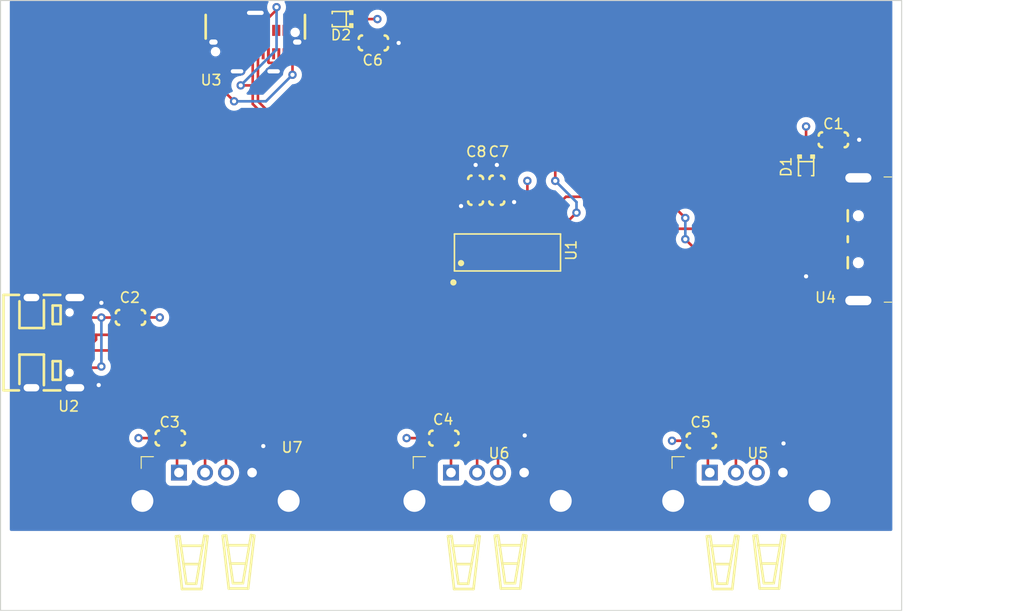
<source format=kicad_pcb>
(kicad_pcb (version 20221018) (generator pcbnew)
  (layers (0 "F.Cu" signal) (1 "In1.Cu" signal) (2 "In2.Cu" signal) (31 "B.Cu" signal) (34 "B.Paste" user) (35 "F.Paste" user) (36 "B.SilkS" user "B.Silkscreen") (37 "F.SilkS" user "F.Silkscreen") (38 "B.Mask" user) (39 "F.Mask" user) (44 "Edge.Cuts" user))
  (net 0 "")
  (net 1 "+5V")
  (net 2 "GND")
  (net 3 "Net-(C2-Pad1)")
  (net 4 "Net-(U1-VDD33)")
  (net 5 "Net-(U1-VDD18)")
  (net 6 "Net-(D1-A)")
  (net 7 "Net-(D2-A)")
  (net 8 "Net-(U1-DM4)")
  (net 9 "Net-(U1-DP4)")
  (net 15 "Net-(U7-VCC)")
  (net 16 "Net-(U6-VCC)")
  (net 17 "Net-(U5-VCC)")
  (net 18 "Net-(U1-DM3)")
  (net 19 "Net-(U1-DP3)")
  (net 20 "Net-(U1-DM2)")
  (net 21 "Net-(U1-DP2)")
  (net 22 "Net-(U1-DM1)")
  (net 23 "Net-(U1-DP1)")
  (net 24 "Net-(U1-DP)")
  (net 25 "Net-(U1-DM)")
  (footprint "usbhub:USB-C-SMD_MC-107DM" (layer "F.Cu") (at 104.14 101.346 -90)
    (fp_text reference "U2" (at 6.096 -2.286 -180) (layer "F.SilkS") (effects (justify right)))
    (fp_text value "MC-107DM")
    (fp_line (start -4.572 -0.383) (end -4.572 1.183) (stroke (width 0.254)) (layer "F.SilkS"))
    (fp_line (start -4.572 1.183) (end -4.567 1.183) (stroke (width 0.254)) (layer "F.SilkS"))
    (fp_line (start -4.572 3.567) (end -4.572 5.046) (stroke (width 0.254)) (layer "F.SilkS"))
    (fp_line (start -4.572 5.046) (end 4.572 5.046) (stroke (width 0.254)) (layer "F.SilkS"))
    (fp_line (start -4.074 1.183) (end -1.397 1.183) (stroke (width 0.254)) (layer "F.SilkS"))
    (fp_line (start -3.556 -0.415) (end -3.556 0.347) (stroke (width 0.254)) (layer "F.SilkS"))
    (fp_line (start -3.556 0.347) (end -1.778 0.347) (stroke (width 0.254)) (layer "F.SilkS"))
    (fp_line (start -1.778 -0.415) (end -3.556 -0.415) (stroke (width 0.254)) (layer "F.SilkS"))
    (fp_line (start -1.778 0.347) (end -1.778 -0.415) (stroke (width 0.254)) (layer "F.SilkS"))
    (fp_line (start -1.397 1.183) (end -1.397 3.522) (stroke (width 0.254)) (layer "F.SilkS"))
    (fp_line (start -1.397 3.522) (end -3.959 3.522) (stroke (width 0.254)) (layer "F.SilkS"))
    (fp_line (start 1.143 1.183) (end 1.143 3.522) (stroke (width 0.254)) (layer "F.SilkS"))
    (fp_line (start 1.143 3.522) (end 3.959 3.522) (stroke (width 0.254)) (layer "F.SilkS"))
    (fp_line (start 1.778 -0.415) (end 1.778 0.347) (stroke (width 0.254)) (layer "F.SilkS"))
    (fp_line (start 1.778 0.347) (end 3.556 0.347) (stroke (width 0.254)) (layer "F.SilkS"))
    (fp_line (start 3.556 -0.415) (end 1.778 -0.415) (stroke (width 0.254)) (layer "F.SilkS"))
    (fp_line (start 3.556 0.347) (end 3.556 -0.415) (stroke (width 0.254)) (layer "F.SilkS"))
    (fp_line (start 4.073 1.183) (end 1.143 1.183) (stroke (width 0.254)) (layer "F.SilkS"))
    (fp_line (start 4.572 1.183) (end 4.566 1.183) (stroke (width 0.254)) (layer "F.SilkS"))
    (fp_line (start 4.572 1.183) (end 4.572 -0.383) (stroke (width 0.254)) (layer "F.SilkS"))
    (fp_line (start 4.572 5.046) (end 4.572 3.567) (stroke (width 0.254)) (layer "F.SilkS"))
    (pad "" np_thru_hole circle (at -2.89 -1.275 270) (size 0.65 0.65) (drill 0.65) (layers "*.Cu" "*.Mask"))
    (pad "" np_thru_hole circle (at 2.89 -1.275 270) (size 0.65 0.65) (drill 0.65) (layers "*.Cu" "*.Mask"))
    (pad "0" thru_hole oval (at -4.32 -1.775 270) (size 1.2 2.5) (drill oval 0.7 1.8) (layers "*.Cu" "*.Mask") (net 2 "GND"))
    (pad "0" thru_hole oval (at -4.32 2.375 270) (size 1.2 2) (drill oval 0.7 1.5) (layers "*.Cu" "*.Mask") (net 2 "GND"))
    (pad "0" thru_hole oval (at 4.32 -1.775 270) (size 1.2 2.5) (drill oval 0.7 1.8) (layers "*.Cu" "*.Mask") (net 2 "GND"))
    (pad "0" thru_hole oval (at 4.32 2.375 270) (size 1.2 2) (drill oval 0.7 1.5) (layers "*.Cu" "*.Mask") (net 2 "GND"))
    (pad "A1B12" smd rect (at -3.2 -2.375 270) (size 0.6 1.2) (layers "F.Cu" "F.Paste" "F.Mask") (net 2 "GND"))
    (pad "A4B9" smd rect (at -2.4 -2.375 270) (size 0.6 1.2) (layers "F.Cu" "F.Paste" "F.Mask") (net 3 "Net-(C2-Pad1)"))
    (pad "A5" smd rect (at -1.25 -2.375 270) (size 0.3 1.2) (layers "F.Cu" "F.Paste" "F.Mask"))
    (pad "A6" smd rect (at -0.25 -2.375 270) (size 0.3 1.2) (layers "F.Cu" "F.Paste" "F.Mask") (net 9 "Net-(U1-DP4)"))
    (pad "A7" smd rect (at 0.25 -2.375 270) (size 0.3 1.2) (layers "F.Cu" "F.Paste" "F.Mask") (net 8 "Net-(U1-DM4)"))
    (pad "A8" smd rect (at 1.25 -2.375 270) (size 0.3 1.2) (layers "F.Cu" "F.Paste" "F.Mask"))
    (pad "B1A12" smd rect (at 3.2 -2.375 270) (size 0.6 1.2) (layers "F.Cu" "F.Paste" "F.Mask") (net 2 "GND"))
    (pad "B4A9" smd rect (at 2.4 -2.375 270) (size 0.6 1.2) (layers "F.Cu" "F.Paste" "F.Mask") (net 3 "Net-(C2-Pad1)"))
    (pad "B5" smd rect (at 1.75 -2.375 270) (size 0.3 1.2) (layers "F.Cu" "F.Paste" "F.Mask"))
    (pad "B6" smd rect (at 0.75 -2.375 270) (size 0.3 1.2) (layers "F.Cu" "F.Paste" "F.Mask") (net 9 "Net-(U1-DP4)"))
    (pad "B7" smd rect (at -0.75 -2.375 270) (size 0.3 1.2) (layers "F.Cu" "F.Paste" "F.Mask") (net 8 "Net-(U1-DM4)"))
    (pad "B8" smd rect (at -1.75 -2.375 270) (size 0.3 1.2) (layers "F.Cu" "F.Paste" "F.Mask"))
  )
  (footprint "usbhub:C0603" (layer "F.Cu") (at 165.862 110.744 180)
    (fp_text reference "C5" (at -1.016 1.778) (layer "F.SilkS") (effects (justify right)))
    (fp_text value "10uF")
    (fp_arc (start -1.405 -0.406) (mid -1.314496 -0.624496) (end -1.096 -0.715) (stroke (width 0.254)) (layer "F.SilkS"))
    (fp_arc (start -1.095975 0.704) (mid -1.315194 0.613212) (end -1.406 0.394) (stroke (width 0.254)) (layer "F.SilkS"))
    (fp_arc (start 1.079975 -0.71) (mid 1.299194 -0.619212) (end 1.39 -0.4) (stroke (width 0.254)) (layer "F.SilkS"))
    (fp_arc (start 1.39 0.4) (mid 1.299203 0.619203) (end 1.08 0.71) (stroke (width 0.254)) (layer "F.SilkS"))
    (pad "1" smd rect (at -0.7 0 180) (size 0.8 0.9) (layers "F.Cu" "F.Paste" "F.Mask") (net 17 "Net-(U5-VCC)"))
    (pad "2" smd rect (at 0.7 0 180) (size 0.8 0.9) (layers "F.Cu" "F.Paste" "F.Mask") (net 1 "+5V"))
  )
  (footprint "usbhub:C0603" (layer "F.Cu") (at 178.5 81.915 180)
    (fp_text reference "C1" (at -1.078 1.524) (layer "F.SilkS") (effects (justify right)))
    (fp_text value "10uF")
    (fp_arc (start -1.405 -0.406) (mid -1.314496 -0.624496) (end -1.096 -0.715) (stroke (width 0.254)) (layer "F.SilkS"))
    (fp_arc (start -1.095975 0.704) (mid -1.315194 0.613212) (end -1.406 0.394) (stroke (width 0.254)) (layer "F.SilkS"))
    (fp_arc (start 1.079975 -0.71) (mid 1.299194 -0.619212) (end 1.39 -0.4) (stroke (width 0.254)) (layer "F.SilkS"))
    (fp_arc (start 1.39 0.4) (mid 1.299203 0.619203) (end 1.08 0.71) (stroke (width 0.254)) (layer "F.SilkS"))
    (pad "1" smd rect (at -0.7 0 180) (size 0.8 0.9) (layers "F.Cu" "F.Paste" "F.Mask") (net 2 "GND"))
    (pad "2" smd rect (at 0.7 0 180) (size 0.8 0.9) (layers "F.Cu" "F.Paste" "F.Mask") (net 1 "+5V"))
  )
  (footprint "usbhub:SOD-323_L1.8-W1.3-LS2.5-RD" (layer "F.Cu") (at 131.445 70.358 180)
    (fp_text reference "D2" (at -1.016 -1.524) (layer "F.SilkS") (effects (justify right)))
    (fp_text value "D_Schottky")
    (fp_line (start -0.851 -0.726) (end 0.901 -0.726) (stroke (width 0.152)) (layer "F.SilkS"))
    (fp_line (start -0.851 0.726) (end 0.901 0.726) (stroke (width 0.152)) (layer "F.SilkS"))
    (fp_line (start -0.447 -0.726) (end -0.447 0.726) (stroke (width 0.152)) (layer "F.SilkS"))
    (fp_line (start 0.901 -0.726) (end 0.901 -0.53) (stroke (width 0.152)) (layer "F.SilkS"))
    (fp_line (start 0.901 0.726) (end 0.901 0.52) (stroke (width 0.152)) (layer "F.SilkS"))
    (fp_poly (pts (xy -0.775 -0.802) (xy -0.775 -0.45) (xy -1.08 -0.45) (xy -1.08 -0.802)) (stroke (width 0.12)) (fill solid) (layer "F.SilkS"))
    (fp_poly (pts (xy -0.775 0.802) (xy -0.775 0.45) (xy -1.08 0.45) (xy -1.08 0.802)) (stroke (width 0.12)) (fill solid) (layer "F.SilkS"))
    (pad "1" smd rect (at -1.173 0 180) (size 1 0.75) (layers "F.Cu" "F.Paste" "F.Mask") (net 1 "+5V"))
    (pad "2" smd rect (at 1.173 0 180) (size 1 0.75) (layers "F.Cu" "F.Paste" "F.Mask") (net 7 "Net-(D2-A)"))
  )
  (footprint "usbhub:C0603" (layer "F.Cu") (at 134.493 72.644)
    (fp_text reference "C6" (at -1.143 1.651) (layer "F.SilkS") (effects (justify left)))
    (fp_text value "10uF")
    (fp_arc (start -1.405 -0.406) (mid -1.314496 -0.624496) (end -1.096 -0.715) (stroke (width 0.254)) (layer "F.SilkS"))
    (fp_arc (start -1.095975 0.704) (mid -1.315194 0.613212) (end -1.406 0.394) (stroke (width 0.254)) (layer "F.SilkS"))
    (fp_arc (start 1.079975 -0.71) (mid 1.299194 -0.619212) (end 1.39 -0.4) (stroke (width 0.254)) (layer "F.SilkS"))
    (fp_arc (start 1.39 0.4) (mid 1.299203 0.619203) (end 1.08 0.71) (stroke (width 0.254)) (layer "F.SilkS"))
    (pad "1" smd rect (at -0.7 0) (size 0.8 0.9) (layers "F.Cu" "F.Paste" "F.Mask") (net 1 "+5V"))
    (pad "2" smd rect (at 0.7 0) (size 0.8 0.9) (layers "F.Cu" "F.Paste" "F.Mask") (net 2 "GND"))
  )
  (footprint "usbhub:USB-A-TH_C46407" (layer "F.Cu") (at 145.415 115.147)
    (fp_text reference "U6" (at 0 -3.207) (layer "F.SilkS") (effects (justify left)))
    (fp_text value "USB-AF-90-14.4X13.6-H7.0-DIP")
    (fp_line (start -7.112 -2.879) (end -7.11 -1.75) (stroke (width 0.1)) (layer "F.SilkS"))
    (fp_line (start -7.112 -2.879) (end -5.95 -2.88) (stroke (width 0.1)) (layer "F.SilkS"))
    (fp_line (start -5.95 -2.88) (end -7.112 -2.879) (stroke (width 0.1)) (layer "F.SilkS"))
    (fp_line (start -3.782 4.749) (end -3.201 9.796) (stroke (width 0.254)) (layer "F.SilkS"))
    (fp_line (start -3.449 4.723) (end -3.782 4.749) (stroke (width 0.254)) (layer "F.SilkS"))
    (fp_line (start -3.353 5.655) (end -1.27 5.655) (stroke (width 0.254)) (layer "F.SilkS"))
    (fp_line (start -3.201 9.796) (end -1.346 9.796) (stroke (width 0.254)) (layer "F.SilkS"))
    (fp_line (start -3.023 7.408) (end -1.575 7.408) (stroke (width 0.254)) (layer "F.SilkS"))
    (fp_line (start -2.794 9.288) (end -3.449 4.723) (stroke (width 0.254)) (layer "F.SilkS"))
    (fp_line (start -1.854 9.288) (end -2.794 9.288) (stroke (width 0.254)) (layer "F.SilkS"))
    (fp_line (start -1.346 9.796) (end -0.762 4.741) (stroke (width 0.254)) (layer "F.SilkS"))
    (fp_line (start -1.067 4.69) (end -1.854 9.288) (stroke (width 0.254)) (layer "F.SilkS"))
    (fp_line (start -0.762 4.741) (end -1.067 4.69) (stroke (width 0.254)) (layer "F.SilkS"))
    (fp_line (start 0.688 4.698) (end 1.021 4.672) (stroke (width 0.254)) (layer "F.SilkS"))
    (fp_line (start 1.021 4.672) (end 1.676 9.237) (stroke (width 0.254)) (layer "F.SilkS"))
    (fp_line (start 1.117 5.605) (end 3.2 5.605) (stroke (width 0.254)) (layer "F.SilkS"))
    (fp_line (start 1.27 9.745) (end 0.688 4.698) (stroke (width 0.254)) (layer "F.SilkS"))
    (fp_line (start 1.448 7.357) (end 2.895 7.357) (stroke (width 0.254)) (layer "F.SilkS"))
    (fp_line (start 1.676 9.237) (end 2.616 9.237) (stroke (width 0.254)) (layer "F.SilkS"))
    (fp_line (start 2.616 9.237) (end 3.403 4.639) (stroke (width 0.254)) (layer "F.SilkS"))
    (fp_line (start 3.124 9.745) (end 1.27 9.745) (stroke (width 0.254)) (layer "F.SilkS"))
    (fp_line (start 3.403 4.639) (end 3.708 4.69) (stroke (width 0.254)) (layer "F.SilkS"))
    (fp_line (start 3.708 4.69) (end 3.124 9.745) (stroke (width 0.254)) (layer "F.SilkS"))
    (pad "1" thru_hole rect (at -3.5 -1.355) (size 1.524 1.524) (drill 0.92) (layers "*.Cu" "*.Mask") (net 16 "Net-(U6-VCC)"))
    (pad "2" thru_hole circle (at -1 -1.355) (size 1.524 1.524) (drill 0.92) (layers "*.Cu" "*.Mask") (net 20 "Net-(U1-DM2)"))
    (pad "3" thru_hole circle (at 1 -1.355) (size 1.524 1.524) (drill 0.92) (layers "*.Cu" "*.Mask") (net 21 "Net-(U1-DP2)"))
    (pad "4" thru_hole circle (at 3.5 -1.355) (size 1.524 1.524) (drill 0.92) (layers "*.Cu" "*.Mask") (net 2 "GND"))
    (pad "5" thru_hole circle (at 7 1.355) (size 2.6 2.6) (drill 2.1) (layers "*.Cu" "*.Mask") (net 2 "GND"))
    (pad "6" thru_hole circle (at -7 1.355) (size 2.6 2.6) (drill 2.1) (layers "*.Cu" "*.Mask") (net 2 "GND"))
  )
  (footprint "usbhub:USB-A-SMD_USB-07" (layer "F.Cu") (at 179.5225 91.44 90)
    (fp_text reference "U4" (at -5.588 -2.8655 180) (layer "F.SilkS") (effects (justify left)))
    (fp_text value "USB-07")
    (fp_line (start -6.03 4.56) (end -6.03 3.85) (stroke (width 0.1)) (layer "F.SilkS"))
    (fp_line (start -2.769 0.365) (end -1.731 0.365) (stroke (width 0.254)) (layer "F.SilkS"))
    (fp_line (start -0.269 0.365) (end 0.269 0.365) (stroke (width 0.254)) (layer "F.SilkS"))
    (fp_line (start 1.731 0.365) (end 2.769 0.365) (stroke (width 0.254)) (layer "F.SilkS"))
    (fp_line (start 5.96 4.56) (end 5.96 3.83) (stroke (width 0.1)) (layer "F.SilkS"))
    (pad "" np_thru_hole circle (at -2.25 1.375 90) (size 0.9 0.9) (drill 0.9) (layers "*.Cu" "*.Mask"))
    (pad "" np_thru_hole circle (at 2.25 1.375 90) (size 0.9 0.9) (drill 0.9) (layers "*.Cu" "*.Mask"))
    (pad "1" smd rect (at 3.5 -1.375 90) (size 1 3) (layers "F.Cu" "F.Paste" "F.Mask") (net 6 "Net-(D1-A)"))
    (pad "2" smd rect (at 1 -1.375 90) (size 1 3) (layers "F.Cu" "F.Paste" "F.Mask") (net 25 "Net-(U1-DM)"))
    (pad "3" smd rect (at -1 -1.375 90) (size 1 3) (layers "F.Cu" "F.Paste" "F.Mask") (net 24 "Net-(U1-DP)"))
    (pad "4" smd rect (at -3.5 -1.375 90) (size 1 3) (layers "F.Cu" "F.Paste" "F.Mask") (net 2 "GND"))
    (pad "5" thru_hole oval (at -5.875 1.375 90) (size 1.6 3.3) (drill oval 0.9 2.5) (layers "*.Cu" "*.Mask") (net 2 "GND"))
    (pad "6" thru_hole oval (at 5.875 1.375 90) (size 1.6 3.3) (drill oval 0.9 2.5) (layers "*.Cu" "*.Mask") (net 2 "GND"))
  )
  (footprint "usbhub:C0603" (layer "F.Cu") (at 141.224 110.49 180)
    (fp_text reference "C4" (at -1.016 1.778) (layer "F.SilkS") (effects (justify right)))
    (fp_text value "10uF")
    (fp_arc (start -1.405 -0.406) (mid -1.314496 -0.624496) (end -1.096 -0.715) (stroke (width 0.254)) (layer "F.SilkS"))
    (fp_arc (start -1.095975 0.704) (mid -1.315194 0.613212) (end -1.406 0.394) (stroke (width 0.254)) (layer "F.SilkS"))
    (fp_arc (start 1.079975 -0.71) (mid 1.299194 -0.619212) (end 1.39 -0.4) (stroke (width 0.254)) (layer "F.SilkS"))
    (fp_arc (start 1.39 0.4) (mid 1.299203 0.619203) (end 1.08 0.71) (stroke (width 0.254)) (layer "F.SilkS"))
    (pad "1" smd rect (at -0.7 0 180) (size 0.8 0.9) (layers "F.Cu" "F.Paste" "F.Mask") (net 16 "Net-(U6-VCC)"))
    (pad "2" smd rect (at 0.7 0 180) (size 0.8 0.9) (layers "F.Cu" "F.Paste" "F.Mask") (net 1 "+5V"))
  )
  (footprint "usbhub:USB-A-TH_C46407" (layer "F.Cu") (at 119.38 115.147)
    (fp_text reference "U7" (at 6.223 -3.768) (layer "F.SilkS") (effects (justify left)))
    (fp_text value "USB-AF-90-14.4X13.6-H7.0-DIP")
    (fp_line (start -7.112 -2.879) (end -7.11 -1.75) (stroke (width 0.1)) (layer "F.SilkS"))
    (fp_line (start -7.112 -2.879) (end -5.95 -2.88) (stroke (width 0.1)) (layer "F.SilkS"))
    (fp_line (start -5.95 -2.88) (end -7.112 -2.879) (stroke (width 0.1)) (layer "F.SilkS"))
    (fp_line (start -3.782 4.749) (end -3.201 9.796) (stroke (width 0.254)) (layer "F.SilkS"))
    (fp_line (start -3.449 4.723) (end -3.782 4.749) (stroke (width 0.254)) (layer "F.SilkS"))
    (fp_line (start -3.353 5.655) (end -1.27 5.655) (stroke (width 0.254)) (layer "F.SilkS"))
    (fp_line (start -3.201 9.796) (end -1.346 9.796) (stroke (width 0.254)) (layer "F.SilkS"))
    (fp_line (start -3.023 7.408) (end -1.575 7.408) (stroke (width 0.254)) (layer "F.SilkS"))
    (fp_line (start -2.794 9.288) (end -3.449 4.723) (stroke (width 0.254)) (layer "F.SilkS"))
    (fp_line (start -1.854 9.288) (end -2.794 9.288) (stroke (width 0.254)) (layer "F.SilkS"))
    (fp_line (start -1.346 9.796) (end -0.762 4.741) (stroke (width 0.254)) (layer "F.SilkS"))
    (fp_line (start -1.067 4.69) (end -1.854 9.288) (stroke (width 0.254)) (layer "F.SilkS"))
    (fp_line (start -0.762 4.741) (end -1.067 4.69) (stroke (width 0.254)) (layer "F.SilkS"))
    (fp_line (start 0.688 4.698) (end 1.021 4.672) (stroke (width 0.254)) (layer "F.SilkS"))
    (fp_line (start 1.021 4.672) (end 1.676 9.237) (stroke (width 0.254)) (layer "F.SilkS"))
    (fp_line (start 1.117 5.605) (end 3.2 5.605) (stroke (width 0.254)) (layer "F.SilkS"))
    (fp_line (start 1.27 9.745) (end 0.688 4.698) (stroke (width 0.254)) (layer "F.SilkS"))
    (fp_line (start 1.448 7.357) (end 2.895 7.357) (stroke (width 0.254)) (layer "F.SilkS"))
    (fp_line (start 1.676 9.237) (end 2.616 9.237) (stroke (width 0.254)) (layer "F.SilkS"))
    (fp_line (start 2.616 9.237) (end 3.403 4.639) (stroke (width 0.254)) (layer "F.SilkS"))
    (fp_line (start 3.124 9.745) (end 1.27 9.745) (stroke (width 0.254)) (layer "F.SilkS"))
    (fp_line (start 3.403 4.639) (end 3.708 4.69) (stroke (width 0.254)) (layer "F.SilkS"))
    (fp_line (start 3.708 4.69) (end 3.124 9.745) (stroke (width 0.254)) (layer "F.SilkS"))
    (pad "1" thru_hole rect (at -3.5 -1.355) (size 1.524 1.524) (drill 0.92) (layers "*.Cu" "*.Mask") (net 15 "Net-(U7-VCC)"))
    (pad "2" thru_hole circle (at -1 -1.355) (size 1.524 1.524) (drill 0.92) (layers "*.Cu" "*.Mask") (net 18 "Net-(U1-DM3)"))
    (pad "3" thru_hole circle (at 1 -1.355) (size 1.524 1.524) (drill 0.92) (layers "*.Cu" "*.Mask") (net 19 "Net-(U1-DP3)"))
    (pad "4" thru_hole circle (at 3.5 -1.355) (size 1.524 1.524) (drill 0.92) (layers "*.Cu" "*.Mask") (net 2 "GND"))
    (pad "5" thru_hole circle (at 7 1.355) (size 2.6 2.6) (drill 2.1) (layers "*.Cu" "*.Mask") (net 2 "GND"))
    (pad "6" thru_hole circle (at -7 1.355) (size 2.6 2.6) (drill 2.1) (layers "*.Cu" "*.Mask") (net 2 "GND"))
  )
  (footprint "usbhub:USB-C-SMD_TYPEC-952-ACP24" (layer "F.Cu") (at 123.19 72.56 180)
    (fp_text reference "U3" (at 5.334 -3.64 180) (layer "F.SilkS") (effects (justify left)))
    (fp_text value "TYPEC-952-ACP24")
    (fp_line (start -4.75 0.338) (end -4.75 2.6) (stroke (width 0.254)) (layer "F.SilkS"))
    (fp_line (start 4.75 0.338) (end 4.75 2.6) (stroke (width 0.254)) (layer "F.SilkS"))
    (pad "" np_thru_hole circle (at -3.81 0.93 180) (size 0.75 0.75) (drill 0.75) (layers "*.Cu" "*.Mask"))
    (pad "" np_thru_hole circle (at 3.81 -0.92 180) (size 0.75 0.75) (drill 0.75) (layers "*.Cu" "*.Mask"))
    (pad "1" thru_hole oval (at -1.75 -2.8 270) (size 0.8 1.6) (drill oval 0.4 1.2) (layers "*.Cu" "*.Mask") (net 2 "GND"))
    (pad "2" thru_hole oval (at 1.75 -2.8 270) (size 0.8 1.6) (drill oval 0.4 1.2) (layers "*.Cu" "*.Mask") (net 2 "GND"))
    (pad "3" thru_hole oval (at 4.01 0 270) (size 0.9 1.2) (drill oval 0.5 0.8) (layers "*.Cu" "*.Mask") (net 2 "GND"))
    (pad "4" thru_hole oval (at 0 2.8 270) (size 0.8 2) (drill oval 0.4 1.6) (layers "*.Cu" "*.Mask") (net 2 "GND"))
    (pad "5" thru_hole oval (at -4.01 0 270) (size 0.9 1.2) (drill oval 0.5 0.8) (layers "*.Cu" "*.Mask") (net 2 "GND"))
    (pad "A1" smd rect (at 2.75 -1.12 180) (size 0.28 1.06) (layers "F.Cu" "F.Paste" "F.Mask") (net 2 "GND"))
    (pad "A2" smd rect (at 2.25 -1.12 180) (size 0.28 1.06) (layers "F.Cu" "F.Paste" "F.Mask"))
    (pad "A3" smd rect (at 1.75 -1.12 180) (size 0.28 1.06) (layers "F.Cu" "F.Paste" "F.Mask"))
    (pad "A4" smd rect (at 1.25 -1.12 180) (size 0.28 1.06) (layers "F.Cu" "F.Paste" "F.Mask") (net 7 "Net-(D2-A)"))
    (pad "A5" smd rect (at 0.75 -1.12 180) (size 0.28 1.06) (layers "F.Cu" "F.Paste" "F.Mask"))
    (pad "A6" smd rect (at 0.25 -1.12 180) (size 0.28 1.06) (layers "F.Cu" "F.Paste" "F.Mask") (net 24 "Net-(U1-DP)"))
    (pad "A7" smd rect (at -0.25 -1.12 180) (size 0.28 1.06) (layers "F.Cu" "F.Paste" "F.Mask") (net 25 "Net-(U1-DM)"))
    (pad "A8" smd rect (at -0.75 -1.12 180) (size 0.28 1.06) (layers "F.Cu" "F.Paste" "F.Mask"))
    (pad "A9" smd rect (at -1.25 -1.12 180) (size 0.28 1.06) (layers "F.Cu" "F.Paste" "F.Mask") (net 7 "Net-(D2-A)"))
    (pad "A10" smd rect (at -1.75 -1.12 180) (size 0.28 1.06) (layers "F.Cu" "F.Paste" "F.Mask"))
    (pad "A11" smd rect (at -2.25 -1.12 180) (size 0.28 1.06) (layers "F.Cu" "F.Paste" "F.Mask"))
    (pad "A12" smd rect (at -2.75 -1.12 180) (size 0.28 1.06) (layers "F.Cu" "F.Paste" "F.Mask") (net 2 "GND"))
    (pad "B1" smd rect (at -2.75 1.12 180) (size 0.28 1.06) (layers "F.Cu" "F.Paste" "F.Mask") (net 2 "GND"))
    (pad "B2" smd rect (at -2.25 1.12 180) (size 0.28 1.06) (layers "F.Cu" "F.Paste" "F.Mask"))
    (pad "B3" smd rect (at -1.75 1.12 180) (size 0.28 1.06) (layers "F.Cu" "F.Paste" "F.Mask"))
    (pad "B4" smd rect (at -1.25 1.12 180) (size 0.28 1.06) (layers "F.Cu" "F.Paste" "F.Mask") (net 7 "Net-(D2-A)"))
    (pad "B5" smd rect (at -0.75 1.12 180) (size 0.28 1.06) (layers "F.Cu" "F.Paste" "F.Mask"))
    (pad "B6" smd rect (at -0.25 1.12 180) (size 0.28 1.06) (layers "F.Cu" "F.Paste" "F.Mask") (net 24 "Net-(U1-DP)"))
    (pad "B7" smd rect (at 0.25 1.12 180) (size 0.28 1.06) (layers "F.Cu" "F.Paste" "F.Mask") (net 25 "Net-(U1-DM)"))
    (pad "B8" smd rect (at 0.75 1.12 180) (size 0.28 1.06) (layers "F.Cu" "F.Paste" "F.Mask"))
    (pad "B9" smd rect (at 1.25 1.12 180) (size 0.28 1.06) (layers "F.Cu" "F.Paste" "F.Mask") (net 7 "Net-(D2-A)"))
    (pad "B10" smd rect (at 1.75 1.12 180) (size 0.28 1.06) (layers "F.Cu" "F.Paste" "F.Mask"))
    (pad "B11" smd rect (at 2.25 1.12 180) (size 0.28 1.06) (layers "F.Cu" "F.Paste" "F.Mask"))
    (pad "B12" smd rect (at 2.75 1.12 180) (size 0.28 1.06) (layers "F.Cu" "F.Paste" "F.Mask") (net 2 "GND"))
  )
  (footprint "usbhub:C0603" (layer "F.Cu") (at 146.304 86.741 90)
    (fp_text reference "C7" (at 3.683 -0.889 180) (layer "F.SilkS") (effects (justify left)))
    (fp_text value "10uF")
    (fp_arc (start -1.405 -0.406) (mid -1.314496 -0.624496) (end -1.096 -0.715) (stroke (width 0.254)) (layer "F.SilkS"))
    (fp_arc (start -1.095975 0.704) (mid -1.315194 0.613212) (end -1.406 0.394) (stroke (width 0.254)) (layer "F.SilkS"))
    (fp_arc (start 1.079975 -0.71) (mid 1.299194 -0.619212) (end 1.39 -0.4) (stroke (width 0.254)) (layer "F.SilkS"))
    (fp_arc (start 1.39 0.4) (mid 1.299203 0.619203) (end 1.08 0.71) (stroke (width 0.254)) (layer "F.SilkS"))
    (pad "1" smd rect (at -0.7 0 90) (size 0.8 0.9) (layers "F.Cu" "F.Paste" "F.Mask") (net 4 "Net-(U1-VDD33)"))
    (pad "2" smd rect (at 0.7 0 90) (size 0.8 0.9) (layers "F.Cu" "F.Paste" "F.Mask") (net 2 "GND"))
  )
  (footprint "usbhub:SOD-323_L1.8-W1.3-LS2.5-RD" (layer "F.Cu") (at 175.895 84.455 -90)
    (fp_text reference "D1" (at -1.016 1.905 90) (layer "F.SilkS") (effects (justify right)))
    (fp_text value "D_Schottky")
    (fp_line (start -0.851 -0.726) (end 0.901 -0.726) (stroke (width 0.152)) (layer "F.SilkS"))
    (fp_line (start -0.851 0.726) (end 0.901 0.726) (stroke (width 0.152)) (layer "F.SilkS"))
    (fp_line (start -0.447 -0.726) (end -0.447 0.726) (stroke (width 0.152)) (layer "F.SilkS"))
    (fp_line (start 0.901 -0.726) (end 0.901 -0.53) (stroke (width 0.152)) (layer "F.SilkS"))
    (fp_line (start 0.901 0.726) (end 0.901 0.52) (stroke (width 0.152)) (layer "F.SilkS"))
    (fp_poly (pts (xy -0.775 -0.802) (xy -0.775 -0.45) (xy -1.08 -0.45) (xy -1.08 -0.802)) (stroke (width 0.12)) (fill solid) (layer "F.SilkS"))
    (fp_poly (pts (xy -0.775 0.802) (xy -0.775 0.45) (xy -1.08 0.45) (xy -1.08 0.802)) (stroke (width 0.12)) (fill solid) (layer "F.SilkS"))
    (pad "1" smd rect (at -1.173 0 270) (size 1 0.75) (layers "F.Cu" "F.Paste" "F.Mask") (net 1 "+5V"))
    (pad "2" smd rect (at 1.173 0 270) (size 1 0.75) (layers "F.Cu" "F.Paste" "F.Mask") (net 6 "Net-(D1-A)"))
  )
  (footprint "usbhub:SOP-16_L10.0-W3.9-P1.27-LS6.0-BL" (layer "F.Cu") (at 147.32 92.71)
    (fp_text reference "U1" (at 6.096 0.889 90) (layer "F.SilkS") (effects (justify left)))
    (fp_text value "SL2.1A")
    (fp_line (start -5.076 -1.771) (end 5.076 -1.771) (stroke (width 0.152)) (layer "F.SilkS"))
    (fp_line (start -5.076 1.771) (end -5.076 -1.771) (stroke (width 0.152)) (layer "F.SilkS"))
    (fp_line (start 5.076 -1.771) (end 5.076 1.771) (stroke (width 0.152)) (layer "F.SilkS"))
    (fp_line (start 5.076 1.771) (end -5.076 1.771) (stroke (width 0.152)) (layer "F.SilkS"))
    (fp_circle (center -5.177 2.872) (end -5.027 2.872) (stroke (width 0.3)) (fill none) (layer "F.SilkS"))
    (fp_circle (center -4.445 1.019) (end -4.295 1.019) (stroke (width 0.3)) (fill none) (layer "F.SilkS"))
    (pad "1" smd oval (at -4.445 2.872) (size 0.56 1.745) (layers "F.Cu" "F.Paste" "F.Mask") (net 8 "Net-(U1-DM4)"))
    (pad "2" smd oval (at -3.175 2.872) (size 0.56 1.745) (layers "F.Cu" "F.Paste" "F.Mask") (net 9 "Net-(U1-DP4)"))
    (pad "3" smd oval (at -1.905 2.872) (size 0.56 1.745) (layers "F.Cu" "F.Paste" "F.Mask") (net 18 "Net-(U1-DM3)"))
    (pad "4" smd oval (at -0.635 2.872) (size 0.56 1.745) (layers "F.Cu" "F.Paste" "F.Mask") (net 19 "Net-(U1-DP3)"))
    (pad "5" smd oval (at 0.635 2.872) (size 0.56 1.745) (layers "F.Cu" "F.Paste" "F.Mask") (net 20 "Net-(U1-DM2)"))
    (pad "6" smd oval (at 1.905 2.872) (size 0.56 1.745) (layers "F.Cu" "F.Paste" "F.Mask") (net 21 "Net-(U1-DP2)"))
    (pad "7" smd oval (at 3.175 2.872) (size 0.56 1.745) (layers "F.Cu" "F.Paste" "F.Mask") (net 22 "Net-(U1-DM1)"))
    (pad "8" smd oval (at 4.445 2.872) (size 0.56 1.745) (layers "F.Cu" "F.Paste" "F.Mask") (net 23 "Net-(U1-DP1)"))
    (pad "9" smd oval (at 4.445 -2.872) (size 0.56 1.745) (layers "F.Cu" "F.Paste" "F.Mask") (net 25 "Net-(U1-DM)"))
    (pad "10" smd oval (at 3.175 -2.872) (size 0.56 1.745) (layers "F.Cu" "F.Paste" "F.Mask") (net 24 "Net-(U1-DP)"))
    (pad "11" smd oval (at 1.905 -2.872) (size 0.56 1.745) (layers "F.Cu" "F.Paste" "F.Mask") (net 1 "+5V"))
    (pad "12" smd oval (at 0.635 -2.872) (size 0.56 1.745) (layers "F.Cu" "F.Paste" "F.Mask") (net 2 "GND"))
    (pad "13" smd oval (at -0.635 -2.872) (size 0.56 1.745) (layers "F.Cu" "F.Paste" "F.Mask") (net 4 "Net-(U1-VDD33)"))
    (pad "14" smd oval (at -1.905 -2.872) (size 0.56 1.745) (layers "F.Cu" "F.Paste" "F.Mask") (net 5 "Net-(U1-VDD18)"))
    (pad "15" smd oval (at -3.175 -2.872) (size 0.56 1.745) (layers "F.Cu" "F.Paste" "F.Mask"))
    (pad "16" smd oval (at -4.445 -2.872) (size 0.56 1.745) (layers "F.Cu" "F.Paste" "F.Mask") (net 2 "GND"))
  )
  (footprint "usbhub:C0603" (layer "F.Cu") (at 111.252 98.933)
    (fp_text reference "C2" (at -1.143 -1.905) (layer "F.SilkS") (effects (justify left)))
    (fp_text value "10uF")
    (fp_arc (start -1.405 -0.406) (mid -1.314496 -0.624496) (end -1.096 -0.715) (stroke (width 0.254)) (layer "F.SilkS"))
    (fp_arc (start -1.095975 0.704) (mid -1.315194 0.613212) (end -1.406 0.394) (stroke (width 0.254)) (layer "F.SilkS"))
    (fp_arc (start 1.079975 -0.71) (mid 1.299194 -0.619212) (end 1.39 -0.4) (stroke (width 0.254)) (layer "F.SilkS"))
    (fp_arc (start 1.39 0.4) (mid 1.299203 0.619203) (end 1.08 0.71) (stroke (width 0.254)) (layer "F.SilkS"))
    (pad "1" smd rect (at -0.7 0) (size 0.8 0.9) (layers "F.Cu" "F.Paste" "F.Mask") (net 3 "Net-(C2-Pad1)"))
    (pad "2" smd rect (at 0.7 0) (size 0.8 0.9) (layers "F.Cu" "F.Paste" "F.Mask") (net 1 "+5V"))
  )
  (footprint "usbhub:C0603" (layer "F.Cu") (at 144.272 86.741 90)
    (fp_text reference "C8" (at 3.683 -1.016 180) (layer "F.SilkS") (effects (justify left)))
    (fp_text value "10uF")
    (fp_arc (start -1.405 -0.406) (mid -1.314496 -0.624496) (end -1.096 -0.715) (stroke (width 0.254)) (layer "F.SilkS"))
    (fp_arc (start -1.095975 0.704) (mid -1.315194 0.613212) (end -1.406 0.394) (stroke (width 0.254)) (layer "F.SilkS"))
    (fp_arc (start 1.079975 -0.71) (mid 1.299194 -0.619212) (end 1.39 -0.4) (stroke (width 0.254)) (layer "F.SilkS"))
    (fp_arc (start 1.39 0.4) (mid 1.299203 0.619203) (end 1.08 0.71) (stroke (width 0.254)) (layer "F.SilkS"))
    (pad "1" smd rect (at -0.7 0 90) (size 0.8 0.9) (layers "F.Cu" "F.Paste" "F.Mask") (net 5 "Net-(U1-VDD18)"))
    (pad "2" smd rect (at 0.7 0 90) (size 0.8 0.9) (layers "F.Cu" "F.Paste" "F.Mask") (net 2 "GND"))
  )
  (footprint "usbhub:USB-A-TH_C46407" (layer "F.Cu") (at 170.18 115.147)
    (fp_text reference "U5" (at 0 -3.207) (layer "F.SilkS") (effects (justify left)))
    (fp_text value "USB-AF-90-14.4X13.6-H7.0-DIP")
    (fp_line (start -7.112 -2.879) (end -7.11 -1.75) (stroke (width 0.1)) (layer "F.SilkS"))
    (fp_line (start -7.112 -2.879) (end -5.95 -2.88) (stroke (width 0.1)) (layer "F.SilkS"))
    (fp_line (start -5.95 -2.88) (end -7.112 -2.879) (stroke (width 0.1)) (layer "F.SilkS"))
    (fp_line (start -3.782 4.749) (end -3.201 9.796) (stroke (width 0.254)) (layer "F.SilkS"))
    (fp_line (start -3.449 4.723) (end -3.782 4.749) (stroke (width 0.254)) (layer "F.SilkS"))
    (fp_line (start -3.353 5.655) (end -1.27 5.655) (stroke (width 0.254)) (layer "F.SilkS"))
    (fp_line (start -3.201 9.796) (end -1.346 9.796) (stroke (width 0.254)) (layer "F.SilkS"))
    (fp_line (start -3.023 7.408) (end -1.575 7.408) (stroke (width 0.254)) (layer "F.SilkS"))
    (fp_line (start -2.794 9.288) (end -3.449 4.723) (stroke (width 0.254)) (layer "F.SilkS"))
    (fp_line (start -1.854 9.288) (end -2.794 9.288) (stroke (width 0.254)) (layer "F.SilkS"))
    (fp_line (start -1.346 9.796) (end -0.762 4.741) (stroke (width 0.254)) (layer "F.SilkS"))
    (fp_line (start -1.067 4.69) (end -1.854 9.288) (stroke (width 0.254)) (layer "F.SilkS"))
    (fp_line (start -0.762 4.741) (end -1.067 4.69) (stroke (width 0.254)) (layer "F.SilkS"))
    (fp_line (start 0.688 4.698) (end 1.021 4.672) (stroke (width 0.254)) (layer "F.SilkS"))
    (fp_line (start 1.021 4.672) (end 1.676 9.237) (stroke (width 0.254)) (layer "F.SilkS"))
    (fp_line (start 1.117 5.605) (end 3.2 5.605) (stroke (width 0.254)) (layer "F.SilkS"))
    (fp_line (start 1.27 9.745) (end 0.688 4.698) (stroke (width 0.254)) (layer "F.SilkS"))
    (fp_line (start 1.448 7.357) (end 2.895 7.357) (stroke (width 0.254)) (layer "F.SilkS"))
    (fp_line (start 1.676 9.237) (end 2.616 9.237) (stroke (width 0.254)) (layer "F.SilkS"))
    (fp_line (start 2.616 9.237) (end 3.403 4.639) (stroke (width 0.254)) (layer "F.SilkS"))
    (fp_line (start 3.124 9.745) (end 1.27 9.745) (stroke (width 0.254)) (layer "F.SilkS"))
    (fp_line (start 3.403 4.639) (end 3.708 4.69) (stroke (width 0.254)) (layer "F.SilkS"))
    (fp_line (start 3.708 4.69) (end 3.124 9.745) (stroke (width 0.254)) (layer "F.SilkS"))
    (pad "1" thru_hole rect (at -3.5 -1.355) (size 1.524 1.524) (drill 0.92) (layers "*.Cu" "*.Mask") (net 17 "Net-(U5-VCC)"))
    (pad "2" thru_hole circle (at -1 -1.355) (size 1.524 1.524) (drill 0.92) (layers "*.Cu" "*.Mask") (net 22 "Net-(U1-DM1)"))
    (pad "3" thru_hole circle (at 1 -1.355) (size 1.524 1.524) (drill 0.92) (layers "*.Cu" "*.Mask") (net 23 "Net-(U1-DP1)"))
    (pad "4" thru_hole circle (at 3.5 -1.355) (size 1.524 1.524) (drill 0.92) (layers "*.Cu" "*.Mask") (net 2 "GND"))
    (pad "5" thru_hole circle (at 7 1.355) (size 2.6 2.6) (drill 2.1) (layers "*.Cu" "*.Mask") (net 2 "GND"))
    (pad "6" thru_hole circle (at -7 1.355) (size 2.6 2.6) (drill 2.1) (layers "*.Cu" "*.Mask") (net 2 "GND"))
  )
  (footprint "usbhub:C0603" (layer "F.Cu") (at 115.062 110.49)
    (fp_text reference "C3" (at -1.143 -1.524) (layer "F.SilkS") (effects (justify left)))
    (fp_text value "10uF")
    (fp_arc (start -1.405 -0.406) (mid -1.314496 -0.624496) (end -1.096 -0.715) (stroke (width 0.254)) (layer "F.SilkS"))
    (fp_arc (start -1.095975 0.704) (mid -1.315194 0.613212) (end -1.406 0.394) (stroke (width 0.254)) (layer "F.SilkS"))
    (fp_arc (start 1.079975 -0.71) (mid 1.299194 -0.619212) (end 1.39 -0.4) (stroke (width 0.254)) (layer "F.SilkS"))
    (fp_arc (start 1.39 0.4) (mid 1.299203 0.619203) (end 1.08 0.71) (stroke (width 0.254)) (layer "F.SilkS"))
    (pad "1" smd rect (at -0.7 0) (size 0.8 0.9) (layers "F.Cu" "F.Paste" "F.Mask") (net 1 "+5V"))
    (pad "2" smd rect (at 0.7 0) (size 0.8 0.9) (layers "F.Cu" "F.Paste" "F.Mask") (net 15 "Net-(U7-VCC)"))
  )
  (gr_rect (start 98.806 68.58) (end 185.039 127) (stroke (width 0.1)) (fill none) (layer "Edge.Cuts"))
  (segment (start 133.858 70.358) (end 133.793 70.423) (width 0.25) (layer "F.Cu") (net 1))
  (segment (start 114.362 110.49) (end 112.014 110.49) (width 0.25) (layer "F.Cu") (net 1))
  (segment (start 112.079 98.933) (end 114.046 98.933) (width 0.25) (layer "F.Cu") (net 1))
  (segment (start 111.952 99.06) (end 112.079 98.933) (width 0.25) (layer "F.Cu") (net 1))
  (segment (start 133.858 70.358) (end 134.874 70.358) (width 0.25) (layer "F.Cu") (net 1))
  (segment (start 175.895 83.282) (end 175.895 81.915) (width 0.25) (layer "F.Cu") (net 1))
  (segment (start 175.895 81.915) (end 175.895 80.645) (width 0.25) (layer "F.Cu") (net 1))
  (segment (start 140.524 110.49) (end 137.668 110.49) (width 0.25) (layer "F.Cu") (net 1))
  (segment (start 132.618 70.358) (end 133.858 70.358) (width 0.25) (layer "F.Cu") (net 1))
  (segment (start 149.225 89.789) (end 149.352 89.662) (width 0.25) (layer "F.Cu") (net 1))
  (segment (start 149.225 89.838) (end 149.225 85.852) (width 0.25) (layer "F.Cu") (net 1))
  (segment (start 165.162 110.744) (end 163.068 110.744) (width 0.25) (layer "F.Cu") (net 1))
  (segment (start 133.793 70.423) (end 133.793 72.644) (width 0.25) (layer "F.Cu") (net 1))
  (segment (start 175.895 81.915) (end 177.8 81.915) (width 0.25) (layer "F.Cu") (net 1))
  (via (at 163.068 110.744) (size 0.8) (drill 0.4) (layers "F.Cu" "B.Cu") (net 1))
  (via (at 134.874 70.358) (size 0.8) (drill 0.4) (layers "F.Cu" "B.Cu") (net 1))
  (via (at 137.668 110.49) (size 0.8) (drill 0.4) (layers "F.Cu" "B.Cu") (net 1))
  (via (at 114.046 98.933) (size 0.8) (drill 0.4) (layers "F.Cu" "B.Cu") (net 1))
  (via (at 175.895 80.645) (size 0.8) (drill 0.4) (layers "F.Cu" "B.Cu") (net 1))
  (via (at 149.225 85.852) (size 0.8) (drill 0.4) (layers "F.Cu" "B.Cu") (net 1))
  (via (at 112.014 110.49) (size 0.8) (drill 0.4) (layers "F.Cu" "B.Cu") (net 1))
  (segment (start 126.08 73.68) (end 127.2 72.56) (width 0.25) (layer "F.Cu") (net 2))
  (segment (start 175.895 94.996) (end 175.951 94.94) (width 0.25) (layer "F.Cu") (net 2))
  (segment (start 120.3 71.44) (end 119.18 72.56) (width 0.25) (layer "F.Cu") (net 2))
  (segment (start 126.65 72.56) (end 127.2 72.56) (width 0.25) (layer "F.Cu") (net 2))
  (segment (start 142.875 89.838) (end 142.875 88.265) (width 0.25) (layer "F.Cu") (net 2))
  (segment (start 120.44 73.58863) (end 119.41137 72.56) (width 0.25) (layer "F.Cu") (net 2))
  (segment (start 148.971 110.236) (end 148.915 110.292) (width 0.25) (layer "F.Cu") (net 2))
  (segment (start 106.515 104.546) (end 107.34 104.546) (width 0.25) (layer "F.Cu") (net 2))
  (segment (start 107.848 98.146) (end 108.458 97.536) (width 0.25) (layer "F.Cu") (net 2))
  (segment (start 125.94 71.44) (end 125.94 71.85) (width 0.25) (layer "F.Cu") (net 2))
  (segment (start 146.304 86.041) (end 146.304 84.328) (width 0.25) (layer "F.Cu") (net 2))
  (segment (start 119.41137 72.56) (end 119.18 72.56) (width 0.25) (layer "F.Cu") (net 2))
  (segment (start 173.68 111.054) (end 173.736 110.998) (width 0.25) (layer "F.Cu") (net 2))
  (segment (start 125.94 73.68) (end 126.08 73.68) (width 0.25) (layer "F.Cu") (net 2))
  (segment (start 107.34 104.546) (end 108.204 105.41) (width 0.25) (layer "F.Cu") (net 2))
  (segment (start 122.88 113.792) (end 122.88 112.324) (width 0.25) (layer "F.Cu") (net 2))
  (segment (start 173.68 113.792) (end 173.68 111.054) (width 0.25) (layer "F.Cu") (net 2))
  (segment (start 148.915 110.292) (end 148.915 113.792) (width 0.25) (layer "F.Cu") (net 2))
  (segment (start 106.515 98.146) (end 107.848 98.146) (width 0.25) (layer "F.Cu") (net 2))
  (segment (start 120.44 71.44) (end 120.3 71.44) (width 0.25) (layer "F.Cu") (net 2))
  (segment (start 179.2 81.915) (end 180.975 81.915) (width 0.25) (layer "F.Cu") (net 2))
  (segment (start 135.193 72.644) (end 136.906 72.644) (width 0.25) (layer "F.Cu") (net 2))
  (segment (start 120.44 73.68) (end 120.44 73.58863) (width 0.25) (layer "F.Cu") (net 2))
  (segment (start 144.272 86.041) (end 144.272 84.328) (width 0.25) (layer "F.Cu") (net 2))
  (segment (start 125.94 71.85) (end 126.65 72.56) (width 0.25) (layer "F.Cu") (net 2))
  (segment (start 122.88 112.324) (end 123.952 111.252) (width 0.25) (layer "F.Cu") (net 2))
  (segment (start 147.955 87.884) (end 147.955 89.838) (width 0.25) (layer "F.Cu") (net 2))
  (segment (start 175.951 94.94) (end 178.5225 94.94) (width 0.25) (layer "F.Cu") (net 2))
  (via (at 142.875 88.265) (size 0.8) (drill 0.4) (layers "F.Cu" "B.Cu") (net 2))
  (via (at 108.458 97.536) (size 0.8) (drill 0.4) (layers "F.Cu" "B.Cu") (net 2))
  (via (at 148.971 110.236) (size 0.8) (drill 0.4) (layers "F.Cu" "B.Cu") (net 2))
  (via (at 108.204 105.41) (size 0.8) (drill 0.4) (layers "F.Cu" "B.Cu") (net 2))
  (via (at 180.975 81.915) (size 0.8) (drill 0.4) (layers "F.Cu" "B.Cu") (net 2))
  (via (at 175.895 94.996) (size 0.8) (drill 0.4) (layers "F.Cu" "B.Cu") (net 2))
  (via (at 147.955 87.884) (size 0.8) (drill 0.4) (layers "F.Cu" "B.Cu") (net 2))
  (via (at 144.272 84.328) (size 0.8) (drill 0.4) (layers "F.Cu" "B.Cu") (net 2))
  (via (at 173.736 110.998) (size 0.8) (drill 0.4) (layers "F.Cu" "B.Cu") (net 2))
  (via (at 123.952 111.252) (size 0.8) (drill 0.4) (layers "F.Cu" "B.Cu") (net 2))
  (via (at 136.906 72.644) (size 0.8) (drill 0.4) (layers "F.Cu" "B.Cu") (net 2))
  (via (at 146.304 84.328) (size 0.8) (drill 0.4) (layers "F.Cu" "B.Cu") (net 2))
  (segment (start 106.515 98.946) (end 108.458 98.946) (width 0.25) (layer "F.Cu") (net 3))
  (segment (start 108.344 103.746) (end 108.458 103.632) (width 0.25) (layer "F.Cu") (net 3))
  (segment (start 110.438 98.946) (end 110.552 99.06) (width 0.25) (layer "F.Cu") (net 3))
  (segment (start 108.458 98.946) (end 110.438 98.946) (width 0.25) (layer "F.Cu") (net 3))
  (segment (start 106.515 103.746) (end 108.344 103.746) (width 0.25) (layer "F.Cu") (net 3))
  (via (at 108.458 103.632) (size 0.8) (drill 0.4) (layers "F.Cu" "B.Cu") (net 3))
  (via (at 108.458 98.946) (size 0.8) (drill 0.4) (layers "F.Cu" "B.Cu") (net 3))
  (segment (start 108.458 103.632) (end 108.458 98.946) (width 0.25) (layer "B.Cu") (net 3))
  (segment (start 146.685 89.838) (end 146.304 89.457) (width 0.25) (layer "F.Cu") (net 4))
  (segment (start 146.304 89.457) (end 146.304 87.441) (width 0.25) (layer "F.Cu") (net 4))
  (segment (start 145.415 89.408) (end 144.272 88.265) (width 0.25) (layer "F.Cu") (net 5))
  (segment (start 145.415 89.838) (end 145.415 89.408) (width 0.25) (layer "F.Cu") (net 5))
  (segment (start 144.272 88.265) (end 144.272 87.441) (width 0.25) (layer "F.Cu") (net 5))
  (segment (start 178.5225 87.94) (end 178.207 87.94) (width 0.25) (layer "F.Cu") (net 6))
  (segment (start 178.207 87.94) (end 175.895 85.628) (width 0.25) (layer "F.Cu") (net 6))
  (segment (start 126.746 74.589) (end 126.706 74.549) (width 0.25) (layer "F.Cu") (net 7))
  (segment (start 121.94 74.5) (end 121.805 74.635) (width 0.25) (layer "F.Cu") (net 7))
  (segment (start 124.44 73.68) (end 124.44 74.5) (width 0.25) (layer "F.Cu") (net 7))
  (segment (start 120.315 75.011) (end 120.315 77.389) (width 0.25) (layer "F.Cu") (net 7))
  (segment (start 121.94 73.68) (end 121.94 74.5) (width 0.25) (layer "F.Cu") (net 7))
  (segment (start 124.44 73.68) (end 124.44 71.44) (width 0.25) (layer "F.Cu") (net 7))
  (segment (start 126.706 74.549) (end 130.272 70.983) (width 0.25) (layer "F.Cu") (net 7))
  (segment (start 120.315 77.389) (end 121.158 78.232) (width 0.25) (layer "F.Cu") (net 7))
  (segment (start 121.805 74.635) (end 120.691 74.635) (width 0.25) (layer "F.Cu") (net 7))
  (segment (start 124.489 74.549) (end 126.706 74.549) (width 0.25) (layer "F.Cu") (net 7))
  (segment (start 124.44 74.5) (end 124.489 74.549) (width 0.25) (layer "F.Cu") (net 7))
  (segment (start 130.272 70.983) (end 130.272 70.358) (width 0.25) (layer "F.Cu") (net 7))
  (segment (start 126.746 75.692) (end 126.746 74.589) (width 0.25) (layer "F.Cu") (net 7))
  (segment (start 121.94 72.644) (end 121.94 73.68) (width 0.25) (layer "F.Cu") (net 7))
  (segment (start 120.691 74.635) (end 120.315 75.011) (width 0.25) (layer "F.Cu") (net 7))
  (segment (start 121.94 71.44) (end 121.94 72.644) (width 0.25) (layer "F.Cu") (net 7))
  (via (at 126.746 75.692) (size 0.8) (drill 0.4) (layers "F.Cu" "B.Cu") (net 7))
  (via (at 121.158 78.232) (size 0.8) (drill 0.4) (layers "F.Cu" "B.Cu") (net 7))
  (segment (start 124.206 78.232) (end 126.746 75.692) (width 0.25) (layer "B.Cu") (net 7))
  (segment (start 121.158 78.232) (end 124.206 78.232) (width 0.25) (layer "B.Cu") (net 7))
  (segment (start 106.515 101.596) (end 107.415 101.596) (width 0.25) (layer "F.Cu") (net 8))
  (segment (start 107.415 101.596) (end 107.95 101.061) (width 0.25) (layer "F.Cu") (net 8))
  (segment (start 137.414 100.584) (end 137.402 100.596) (width 0.25) (layer "F.Cu") (net 8))
  (segment (start 107.95 101.061) (end 107.95 100.596) (width 0.25) (layer "F.Cu") (net 8))
  (segment (start 137.402 100.596) (end 111.633 100.596) (width 0.25) (layer "F.Cu") (net 8))
  (segment (start 137.873 100.584) (end 137.414 100.584) (width 0.25) (layer "F.Cu") (net 8))
  (segment (start 111.633 100.596) (end 106.515 100.596) (width 0.25) (layer "F.Cu") (net 8))
  (segment (start 142.875 95.582) (end 137.873 100.584) (width 0.25) (layer "F.Cu") (net 8))
  (segment (start 144.145 95.582) (end 144.145 96.1745) (width 0.25) (layer "F.Cu") (net 9))
  (segment (start 138.2235 102.096) (end 106.515 102.096) (width 0.25) (layer "F.Cu") (net 9))
  (segment (start 106.515 101.096) (end 105.615 101.096) (width 0.25) (layer "F.Cu") (net 9))
  (segment (start 144.145 96.1745) (end 138.2235 102.096) (width 0.25) (layer "F.Cu") (net 9))
  (segment (start 105.615 101.096) (end 105.537 101.174) (width 0.25) (layer "F.Cu") (net 9))
  (segment (start 105.652 102.096) (end 106.515 102.096) (width 0.25) (layer "F.Cu") (net 9))
  (segment (start 105.537 101.174) (end 105.537 101.981) (width 0.25) (layer "F.Cu") (net 9))
  (segment (start 105.537 101.981) (end 105.652 102.096) (width 0.25) (layer "F.Cu") (net 9))
  (segment (start 115.697 110.555) (end 115.762 110.49) (width 0.25) (layer "F.Cu") (net 15))
  (segment (start 115.88 113.792) (end 115.697 113.609) (width 0.25) (layer "F.Cu") (net 15))
  (segment (start 115.697 113.609) (end 115.697 110.555) (width 0.25) (layer "F.Cu") (net 15))
  (segment (start 141.915 113.792) (end 141.915 110.499) (width 0.25) (layer "F.Cu") (net 16))
  (segment (start 141.915 110.499) (end 141.924 110.49) (width 0.25) (layer "F.Cu") (net 16))
  (segment (start 166.497 113.609) (end 166.497 110.809) (width 0.25) (layer "F.Cu") (net 17))
  (segment (start 166.497 110.809) (end 166.562 110.744) (width 0.25) (layer "F.Cu") (net 17))
  (segment (start 166.68 113.792) (end 166.497 113.609) (width 0.25) (layer "F.Cu") (net 17))
  (segment (start 118.364 108.966) (end 118.38 108.982) (width 0.25) (layer "F.Cu") (net 18))
  (segment (start 145.415 96.1745) (end 132.6235 108.966) (width 0.25) (layer "F.Cu") (net 18))
  (segment (start 132.6235 108.966) (end 118.364 108.966) (width 0.25) (layer "F.Cu") (net 18))
  (segment (start 145.415 95.582) (end 145.415 96.1745) (width 0.25) (layer "F.Cu") (net 18))
  (segment (start 118.38 108.982) (end 118.38 113.792) (width 0.25) (layer "F.Cu") (net 18))
  (segment (start 146.685 95.582) (end 146.685 96.1745) (width 0.25) (layer "F.Cu") (net 19))
  (segment (start 120.38 110.252) (end 120.38 113.792) (width 0.25) (layer "F.Cu") (net 19))
  (segment (start 120.396 110.236) (end 120.38 110.252) (width 0.25) (layer "F.Cu") (net 19))
  (segment (start 146.685 96.1745) (end 146.812 96.3015) (width 0.25) (layer "F.Cu") (net 19))
  (segment (start 146.812 97.536) (end 134.112 110.236) (width 0.25) (layer "F.Cu") (net 19))
  (segment (start 146.812 96.3015) (end 146.812 97.536) (width 0.25) (layer "F.Cu") (net 19))
  (segment (start 134.112 110.236) (end 120.396 110.236) (width 0.25) (layer "F.Cu") (net 19))
  (segment (start 144.415 109.839) (end 144.415 113.792) (width 0.25) (layer "F.Cu") (net 20))
  (segment (start 147.955 95.582) (end 147.955 106.299) (width 0.25) (layer "F.Cu") (net 20))
  (segment (start 147.955 106.299) (end 144.415 109.839) (width 0.25) (layer "F.Cu") (net 20))
  (segment (start 146.415 110.125) (end 146.415 113.792) (width 0.25) (layer "F.Cu") (net 21))
  (segment (start 149.225 107.315) (end 146.415 110.125) (width 0.25) (layer "F.Cu") (net 21))
  (segment (start 149.225 95.582) (end 149.225 107.315) (width 0.25) (layer "F.Cu") (net 21))
  (segment (start 150.495 95.582) (end 150.495 96.393) (width 0.25) (layer "F.Cu") (net 22))
  (segment (start 169.164 105.918) (end 169.164 106.172) (width 0.25) (layer "F.Cu") (net 22))
  (segment (start 169.18 106.188) (end 169.18 113.792) (width 0.25) (layer "F.Cu") (net 22))
  (segment (start 150.495 96.393) (end 151.892 97.79) (width 0.25) (layer "F.Cu") (net 22))
  (segment (start 169.164 106.172) (end 169.18 106.188) (width 0.25) (layer "F.Cu") (net 22))
  (segment (start 161.036 97.79) (end 169.164 105.918) (width 0.25) (layer "F.Cu") (net 22))
  (segment (start 151.892 97.79) (end 161.036 97.79) (width 0.25) (layer "F.Cu") (net 22))
  (segment (start 171.196 105.664) (end 171.18 105.68) (width 0.25) (layer "F.Cu") (net 23))
  (segment (start 151.765 95.582) (end 161.114 95.582) (width 0.25) (layer "F.Cu") (net 23))
  (segment (start 171.18 105.68) (end 171.18 113.792) (width 0.25) (layer "F.Cu") (net 23))
  (segment (start 161.114 95.582) (end 171.196 105.664) (width 0.25) (layer "F.Cu") (net 23))
  (segment (start 162.306 87.376) (end 152.908 87.376) (width 0.25) (layer "F.Cu") (net 24))
  (segment (start 123.44 71.44) (end 123.44 70.62) (width 0.25) (layer "F.Cu") (net 24))
  (segment (start 150.495 84.582) (end 150.495 89.838) (width 0.25) (layer "F.Cu") (net 24))
  (segment (start 178.5225 92.44) (end 165.338 92.44) (width 0.25) (layer "F.Cu") (net 24))
  (segment (start 122.94 76.708) (end 122.94 78.49) (width 0.25) (layer "F.Cu") (net 24))
  (segment (start 123.44 70.62) (end 123.575 70.485) (width 0.25) (layer "F.Cu") (net 24))
  (segment (start 145.923 80.01) (end 150.495 84.582) (width 0.25) (layer "F.Cu") (net 24))
  (segment (start 122.94 78.49) (end 124.46 80.01) (width 0.25) (layer "F.Cu") (net 24))
  (segment (start 164.338 89.408) (end 162.306 87.376) (width 0.25) (layer "F.Cu") (net 24))
  (segment (start 123.575 70.485) (end 124.206 70.485) (width 0.25) (layer "F.Cu") (net 24))
  (segment (start 152.908 87.376) (end 152.4 87.884) (width 0.25) (layer "F.Cu") (net 24))
  (segment (start 165.338 92.44) (end 164.338 91.44) (width 0.25) (layer "F.Cu") (net 24))
  (segment (start 152.4 87.884) (end 150.876 87.884) (width 0.25) (layer "F.Cu") (net 24))
  (segment (start 150.495 88.265) (end 150.495 89.838) (width 0.25) (layer "F.Cu") (net 24))
  (segment (start 121.793 76.708) (end 122.94 76.708) (width 0.25) (layer "F.Cu") (net 24))
  (segment (start 124.206 70.485) (end 125.222 69.469) (width 0.25) (layer "F.Cu") (net 24))
  (segment (start 125.222 69.469) (end 125.222 69.215) (width 0.25) (layer "F.Cu") (net 24))
  (segment (start 150.876 87.884) (end 150.495 88.265) (width 0.25) (layer "F.Cu") (net 24))
  (segment (start 124.46 80.01) (end 145.923 80.01) (width 0.25) (layer "F.Cu") (net 24))
  (segment (start 122.94 73.68) (end 122.94 76.708) (width 0.25) (layer "F.Cu") (net 24))
  (via (at 121.793 76.708) (size 0.8) (drill 0.4) (layers "F.Cu" "B.Cu") (net 24))
  (via (at 125.222 69.215) (size 0.8) (drill 0.4) (layers "F.Cu" "B.Cu") (net 24))
  (via (at 164.338 89.408) (size 0.8) (drill 0.4) (layers "F.Cu" "B.Cu") (net 24))
  (via (at 164.338 91.44) (size 0.8) (drill 0.4) (layers "F.Cu" "B.Cu") (net 24))
  (segment (start 125.222 73.279) (end 121.793 76.708) (width 0.25) (layer "B.Cu") (net 24))
  (segment (start 125.222 69.215) (end 125.222 73.279) (width 0.25) (layer "B.Cu") (net 24))
  (segment (start 164.338 91.44) (end 164.338 89.408) (width 0.25) (layer "B.Cu") (net 24))
  (segment (start 123.44 73.68) (end 123.44 78.228) (width 0.25) (layer "F.Cu") (net 25))
  (segment (start 123.44 78.228) (end 124.46 79.248) (width 0.25) (layer "F.Cu") (net 25))
  (segment (start 123.44 72.86) (end 123.44 73.68) (width 0.25) (layer "F.Cu") (net 25))
  (segment (start 152.367 90.44) (end 151.765 89.838) (width 0.25) (layer "F.Cu") (net 25))
  (segment (start 178.5225 90.44) (end 152.367 90.44) (width 0.25) (layer "F.Cu") (net 25))
  (segment (start 124.46 79.248) (end 149.352 79.248) (width 0.25) (layer "F.Cu") (net 25))
  (segment (start 151.892 81.788) (end 151.892 85.852) (width 0.25) (layer "F.Cu") (net 25))
  (segment (start 122.94 72.36) (end 123.44 72.86) (width 0.25) (layer "F.Cu") (net 25))
  (segment (start 149.352 79.248) (end 151.892 81.788) (width 0.25) (layer "F.Cu") (net 25))
  (segment (start 152.986 89.838) (end 151.765 89.838) (width 0.25) (layer "F.Cu") (net 25))
  (segment (start 122.94 71.44) (end 122.94 72.36) (width 0.25) (layer "F.Cu") (net 25))
  (segment (start 153.924 88.9) (end 152.986 89.838) (width 0.25) (layer "F.Cu") (net 25))
  (via (at 153.924 88.9) (size 0.8) (drill 0.4) (layers "F.Cu" "B.Cu") (net 25))
  (via (at 151.892 85.852) (size 0.8) (drill 0.4) (layers "F.Cu" "B.Cu") (net 25))
  (segment (start 153.924 87.884) (end 153.924 88.9) (width 0.25) (layer "B.Cu") (net 25))
  (segment (start 151.892 85.852) (end 153.924 87.884) (width 0.25) (layer "B.Cu") (net 25))
  (zone (net 2) (net_name "GND") (layer "B.Cu") (name "GND") (connect_pads yes (clearance 0.5)) (min_thickness 0.25) (fill yes (thermal_gap 0.5) (thermal_bridge_width 0.5))
    (polygon (pts (xy 99.695 68.58) (xy 184.15 68.58) (xy 184.15 119.38) (xy 99.695 119.38)))
  )
)
</source>
